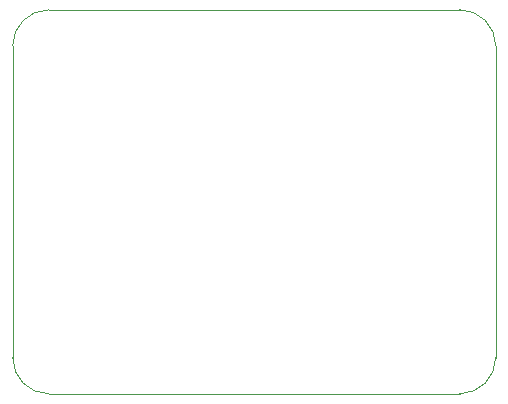
<source format=gbr>
%TF.GenerationSoftware,KiCad,Pcbnew,7.0.7*%
%TF.CreationDate,2023-12-20T18:59:57-05:00*%
%TF.ProjectId,stm32f1,73746d33-3266-4312-9e6b-696361645f70,rev?*%
%TF.SameCoordinates,Original*%
%TF.FileFunction,Profile,NP*%
%FSLAX46Y46*%
G04 Gerber Fmt 4.6, Leading zero omitted, Abs format (unit mm)*
G04 Created by KiCad (PCBNEW 7.0.7) date 2023-12-20 18:59:57*
%MOMM*%
%LPD*%
G01*
G04 APERTURE LIST*
%TA.AperFunction,Profile*%
%ADD10C,0.100000*%
%TD*%
G04 APERTURE END LIST*
D10*
X76454000Y-81788000D02*
X76454000Y-55372000D01*
X38608000Y-52324000D02*
G75*
G03*
X35560000Y-55372000I0J-3048000D01*
G01*
X73406000Y-52324000D02*
X38608000Y-52324000D01*
X38608000Y-84836000D02*
X73406000Y-84836000D01*
X35560000Y-81788000D02*
G75*
G03*
X38608000Y-84836000I3048000J0D01*
G01*
X73406000Y-84836000D02*
G75*
G03*
X76454000Y-81788000I0J3048000D01*
G01*
X35560000Y-55372000D02*
X35560000Y-81788000D01*
X76454000Y-55372000D02*
G75*
G03*
X73406000Y-52324000I-3048000J0D01*
G01*
M02*

</source>
